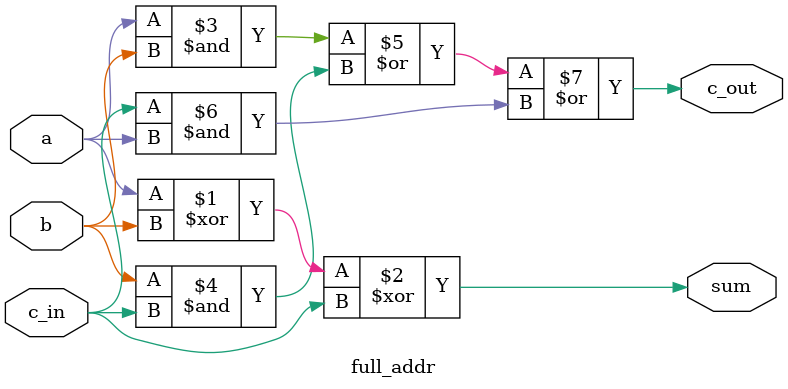
<source format=v>
`timescale 1ns / 1ps
module full_addr(a, b, c_in, sum, c_out);
	input a, b, c_in;
	output sum, c_out;
	
	assign sum = a ^ b ^ c_in;
	assign c_out = (a & b) | (b & c_in) | (c_in & a);
endmodule

</source>
